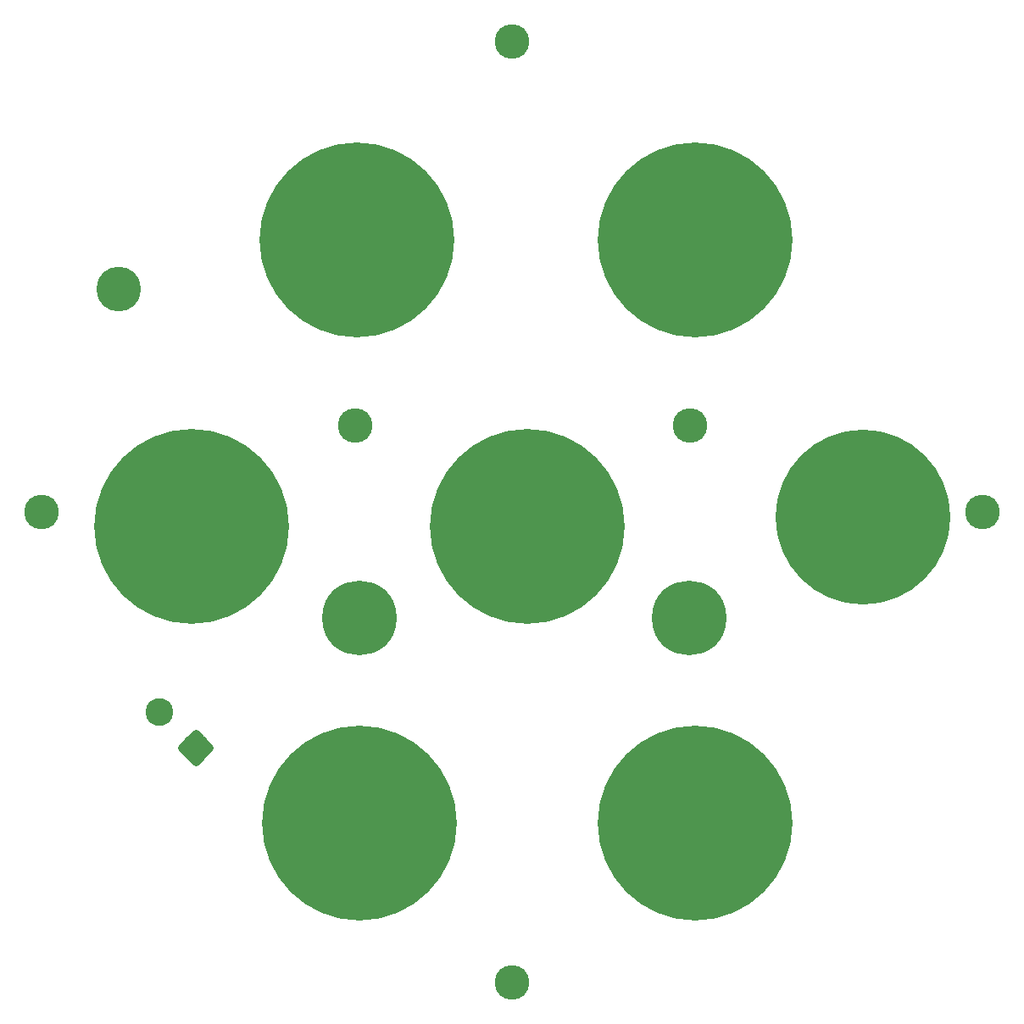
<source format=gbs>
G04 MADE WITH FRITZING*
G04 WWW.FRITZING.ORG*
G04 DOUBLE SIDED*
G04 HOLES PLATED*
G04 CONTOUR ON CENTER OF CONTOUR VECTOR*
%ASAXBY*%
%FSLAX23Y23*%
%MOIN*%
%OFA0B0*%
%SFA1.0B1.0*%
%ADD10C,0.109055*%
%ADD11C,0.293464*%
%ADD12C,0.765905*%
%ADD13C,0.135984*%
%ADD14C,0.687165*%
%ADD15C,0.175354*%
%ADD16C,0.000100*%
%ADD17C,0.030000*%
%LNMASK0*%
G90*
G70*
G54D10*
X706Y1058D03*
X565Y1199D03*
G54D11*
X2647Y1568D03*
X1351Y1568D03*
G54D12*
X2670Y3053D03*
G54D13*
X1334Y2324D03*
X2649Y2324D03*
G54D12*
X2010Y1927D03*
G54D14*
X3329Y1966D03*
G54D12*
X692Y1927D03*
X1341Y3053D03*
X1351Y761D03*
X2670Y761D03*
G54D15*
X403Y2862D03*
G54D13*
X1951Y135D03*
X3802Y1986D03*
X101Y1986D03*
X1951Y3836D03*
G54D16*
G36*
X706Y1002D02*
X650Y1058D01*
X706Y1114D01*
X762Y1058D01*
X706Y1002D01*
G37*
G54D17*
X706Y1002D02*
X650Y1058D01*
X706Y1114D01*
X762Y1058D01*
X706Y1002D01*
D02*
G04 End of Mask0*
M02*
</source>
